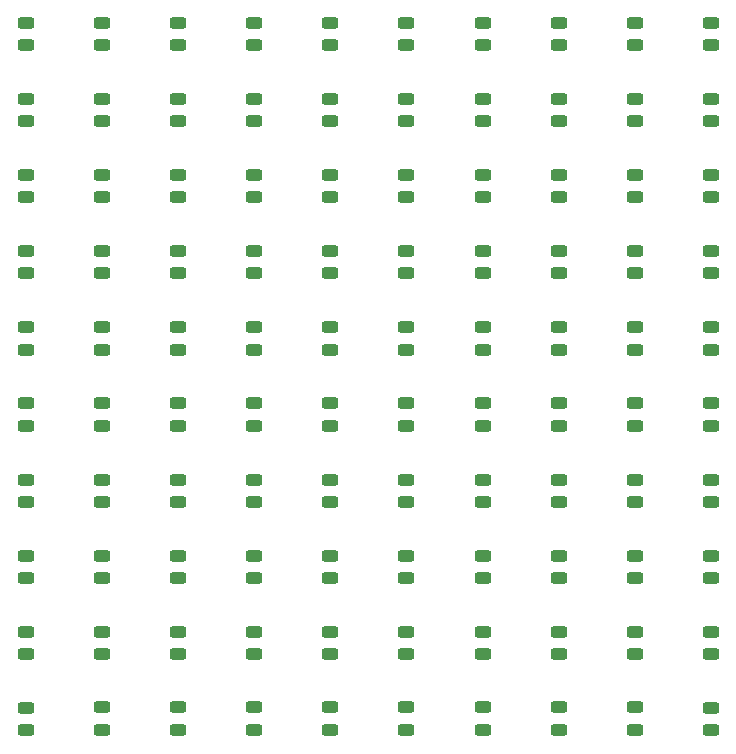
<source format=gtp>
G04 #@! TF.GenerationSoftware,KiCad,Pcbnew,(5.99.0-10847-g28909c1a72)*
G04 #@! TF.CreationDate,2021-06-06T12:58:15+02:00*
G04 #@! TF.ProjectId,LED_array,4c45445f-6172-4726-9179-2e6b69636164,1*
G04 #@! TF.SameCoordinates,Original*
G04 #@! TF.FileFunction,Paste,Top*
G04 #@! TF.FilePolarity,Positive*
%FSLAX46Y46*%
G04 Gerber Fmt 4.6, Leading zero omitted, Abs format (unit mm)*
G04 Created by KiCad (PCBNEW (5.99.0-10847-g28909c1a72)) date 2021-06-06 12:58:15*
%MOMM*%
%LPD*%
G01*
G04 APERTURE LIST*
G04 Aperture macros list*
%AMRoundRect*
0 Rectangle with rounded corners*
0 $1 Rounding radius*
0 $2 $3 $4 $5 $6 $7 $8 $9 X,Y pos of 4 corners*
0 Add a 4 corners polygon primitive as box body*
4,1,4,$2,$3,$4,$5,$6,$7,$8,$9,$2,$3,0*
0 Add four circle primitives for the rounded corners*
1,1,$1+$1,$2,$3*
1,1,$1+$1,$4,$5*
1,1,$1+$1,$6,$7*
1,1,$1+$1,$8,$9*
0 Add four rect primitives between the rounded corners*
20,1,$1+$1,$2,$3,$4,$5,0*
20,1,$1+$1,$4,$5,$6,$7,0*
20,1,$1+$1,$6,$7,$8,$9,0*
20,1,$1+$1,$8,$9,$2,$3,0*%
G04 Aperture macros list end*
%ADD10RoundRect,0.243750X0.456250X-0.243750X0.456250X0.243750X-0.456250X0.243750X-0.456250X-0.243750X0*%
G04 APERTURE END LIST*
D10*
X138222220Y-56937500D03*
X138222220Y-55062500D03*
X112444444Y-82701388D03*
X112444444Y-80826388D03*
X144666664Y-69819444D03*
X144666664Y-67944444D03*
X157555552Y-63378472D03*
X157555552Y-61503472D03*
X138222220Y-69819444D03*
X138222220Y-67944444D03*
X125333332Y-95583332D03*
X125333332Y-93708332D03*
X144666664Y-63378472D03*
X144666664Y-61503472D03*
X138222220Y-102024304D03*
X138222220Y-100149304D03*
X144666664Y-76260416D03*
X144666664Y-74385416D03*
X164000000Y-76260416D03*
X164000000Y-74385416D03*
X125333332Y-108465276D03*
X125333332Y-106590276D03*
X118888888Y-76260416D03*
X118888888Y-74385416D03*
X125333332Y-82701388D03*
X125333332Y-80826388D03*
X131777776Y-82701388D03*
X131777776Y-80826388D03*
X164000000Y-56937500D03*
X164000000Y-55062500D03*
X125333332Y-56937500D03*
X125333332Y-55062500D03*
X131777776Y-95583332D03*
X131777776Y-93708332D03*
X151111108Y-95583332D03*
X151111108Y-93708332D03*
X106000000Y-89142360D03*
X106000000Y-87267360D03*
X106000000Y-63378472D03*
X106000000Y-61503472D03*
X131777776Y-69819444D03*
X131777776Y-67944444D03*
X144666664Y-102024304D03*
X144666664Y-100149304D03*
X164000000Y-69819444D03*
X164000000Y-67944444D03*
X157555552Y-69819444D03*
X157555552Y-67944444D03*
X106000000Y-108465276D03*
X106000000Y-106590276D03*
X125333332Y-76260416D03*
X125333332Y-74385416D03*
X151111108Y-76260416D03*
X151111108Y-74385416D03*
X157555552Y-89142360D03*
X157555552Y-87267360D03*
X144666664Y-108465276D03*
X144666664Y-106590276D03*
X151111108Y-82701388D03*
X151111108Y-80826388D03*
X112444444Y-102024304D03*
X112444444Y-100149304D03*
X151111108Y-108465276D03*
X151111108Y-106590276D03*
X118888888Y-89142360D03*
X118888888Y-87267360D03*
X118888888Y-102024304D03*
X118888888Y-100149304D03*
X112444444Y-69819444D03*
X112444444Y-67944444D03*
X157555552Y-76260416D03*
X157555552Y-74385416D03*
X138222220Y-82701388D03*
X138222220Y-80826388D03*
X118888888Y-108465276D03*
X118888888Y-106590276D03*
X138222220Y-89142360D03*
X138222220Y-87267360D03*
X125333332Y-63378472D03*
X125333332Y-61503472D03*
X151111108Y-114874998D03*
X151111108Y-112999998D03*
X164000000Y-114937498D03*
X164000000Y-113062498D03*
X131777776Y-56937500D03*
X131777776Y-55062500D03*
X131777776Y-108465276D03*
X131777776Y-106590276D03*
X144666664Y-89142360D03*
X144666664Y-87267360D03*
X131777776Y-76260416D03*
X131777776Y-74385416D03*
X157555552Y-114874998D03*
X157555552Y-112999998D03*
X125333332Y-89142360D03*
X125333332Y-87267360D03*
X157555552Y-82701388D03*
X157555552Y-80826388D03*
X131777776Y-102024304D03*
X131777776Y-100149304D03*
X118888888Y-82701388D03*
X118888888Y-80826388D03*
X164000000Y-108465276D03*
X164000000Y-106590276D03*
X164000000Y-102024304D03*
X164000000Y-100149304D03*
X157555552Y-56937500D03*
X157555552Y-55062500D03*
X118888888Y-69819444D03*
X118888888Y-67944444D03*
X164000000Y-95583332D03*
X164000000Y-93708332D03*
X112444444Y-63378472D03*
X112444444Y-61503472D03*
X106000000Y-102024304D03*
X106000000Y-100149304D03*
X106000000Y-69819444D03*
X106000000Y-67944444D03*
X118888888Y-56937500D03*
X118888888Y-55062500D03*
X125333332Y-69819444D03*
X125333332Y-67944444D03*
X138222220Y-63378472D03*
X138222220Y-61503472D03*
X118888888Y-114874998D03*
X118888888Y-112999998D03*
X151111108Y-56937500D03*
X151111108Y-55062500D03*
X112444444Y-114874998D03*
X112444444Y-112999998D03*
X106000000Y-114937498D03*
X106000000Y-113062498D03*
X144666664Y-56937500D03*
X144666664Y-55062500D03*
X151111108Y-102024304D03*
X151111108Y-100149304D03*
X125333332Y-114874998D03*
X125333332Y-112999998D03*
X106000000Y-82701388D03*
X106000000Y-80826388D03*
X164000000Y-89142360D03*
X164000000Y-87267360D03*
X131777776Y-114874998D03*
X131777776Y-112999998D03*
X151111108Y-69819444D03*
X151111108Y-67944444D03*
X151111108Y-63378472D03*
X151111108Y-61503472D03*
X138222220Y-108465276D03*
X138222220Y-106590276D03*
X131777776Y-63378472D03*
X131777776Y-61503472D03*
X157555552Y-95583332D03*
X157555552Y-93708332D03*
X144666664Y-114874998D03*
X144666664Y-112999998D03*
X125333332Y-102024304D03*
X125333332Y-100149304D03*
X164000000Y-63378472D03*
X164000000Y-61503472D03*
X112444444Y-56937500D03*
X112444444Y-55062500D03*
X112444444Y-95583332D03*
X112444444Y-93708332D03*
X131777776Y-89142360D03*
X131777776Y-87267360D03*
X106000000Y-76260416D03*
X106000000Y-74385416D03*
X151111108Y-89142360D03*
X151111108Y-87267360D03*
X157555552Y-102024304D03*
X157555552Y-100149304D03*
X112444444Y-89142360D03*
X112444444Y-87267360D03*
X118888888Y-95583332D03*
X118888888Y-93708332D03*
X112444444Y-108465276D03*
X112444444Y-106590276D03*
X138222220Y-114874998D03*
X138222220Y-112999998D03*
X118888888Y-63378472D03*
X118888888Y-61503472D03*
X106000000Y-56937500D03*
X106000000Y-55062500D03*
X164000000Y-82701388D03*
X164000000Y-80826388D03*
X106000000Y-95583332D03*
X106000000Y-93708332D03*
X112444444Y-76260416D03*
X112444444Y-74385416D03*
X157555552Y-108465276D03*
X157555552Y-106590276D03*
X138222220Y-76260416D03*
X138222220Y-74385416D03*
X144666664Y-82701388D03*
X144666664Y-80826388D03*
X144666664Y-95583332D03*
X144666664Y-93708332D03*
X138222220Y-95583332D03*
X138222220Y-93708332D03*
M02*

</source>
